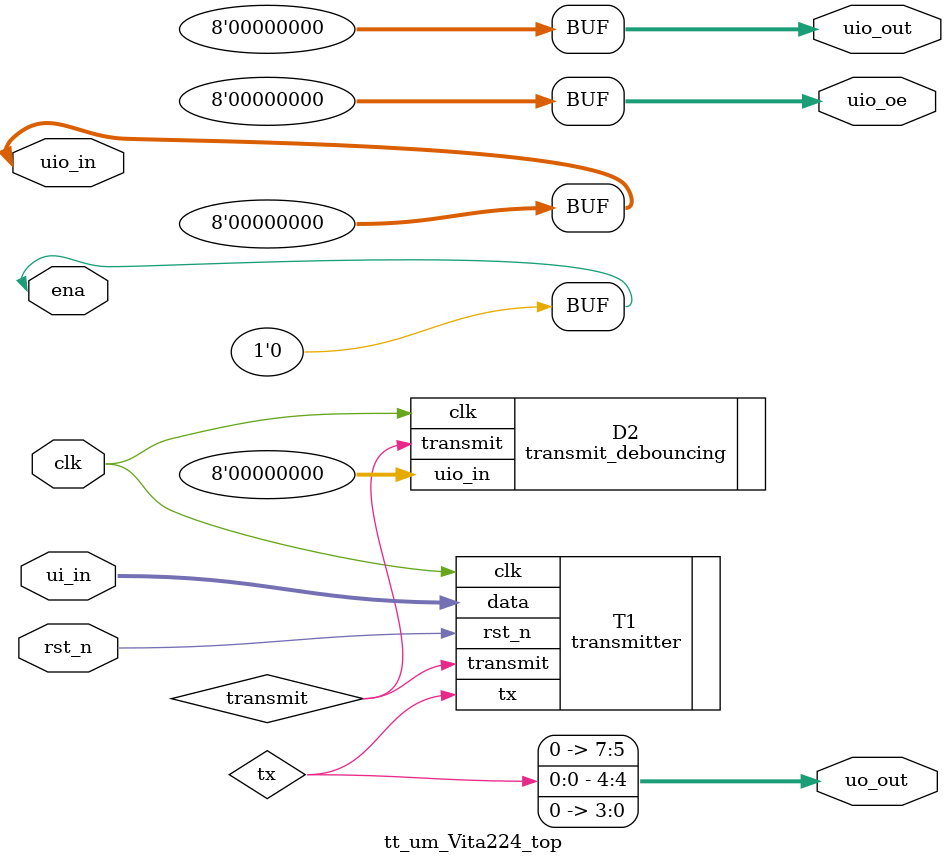
<source format=v>
`timescale 1ns / 1ps

//module top(
//input [7:0]sw,
//input btn0,
//input btn1,
//input clk,
//output TxD,

//); 
module tt_um_Vita224_top(
    input wire [7:0] ui_in, // Dedicated inputs
    output wire [7:0] uo_out, // Dedicated outputs
    input wire [7:0] uio_in, // IOs: Input path
    output wire [7:0] uio_out, // IOs: Output path
    output wire [7:0] uio_oe, // IOs: Enable path (active high: 0=input, 1=output)
    input wire ena, // always 1 when the design is powered, so you can ignore it
    input wire clk, // clock
    input wire rst_n // reset_n - low to reset
);

wire transmit;
//assign TxD_debug = tx;
//assign transmit_debug = transmit;
//assign button_debug = btn1;
//assign clk_debug = clk;

    wire tx;
    assign uo_out[0]=1'b0;
	assign uo_out[1]=1'b0;
	assign uo_out[2]=1'b0;
	assign uo_out[3]=1'b0;
	assign uo_out[4]=tx;
	assign uo_out[5]=1'b0;
	assign uo_out[6]=1'b0;
	assign uo_out[7]=1'b0;
	
	assign uio_in[1]=uio_in;
	assign uio_in[1]=1'b0;
	assign uio_in[2]=1'b0;
	assign uio_in[3]=1'b0;
	assign uio_in[4]=1'b0;
	assign uio_in[5]=1'b0;
	assign uio_in[6]=1'b0;
	assign uio_in[7]=1'b0;
	
	assign ena=1'b0;
	
assign uio_out = 8'b00000000;
assign uio_oe = 8'b00000000;


transmit_debouncing D2 (.clk(clk), .uio_in(uio_in), .transmit(transmit));
transmitter T1 (.clk(clk), .rst_n(rst_n),.transmit(transmit),.tx(tx),.data(ui_in));


endmodule

</source>
